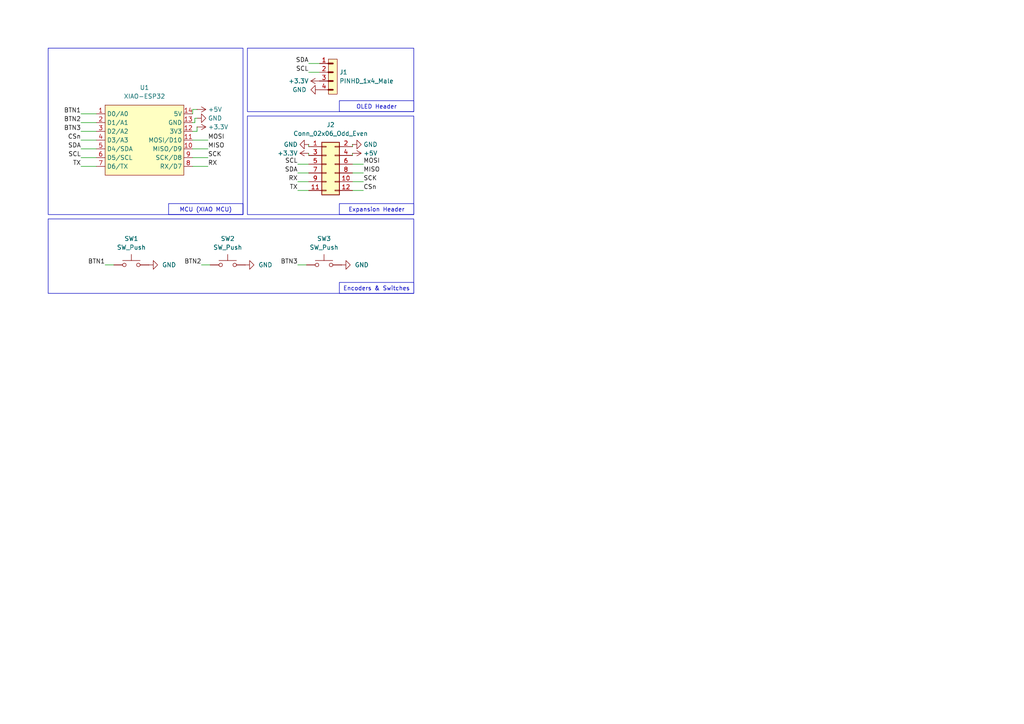
<source format=kicad_sch>
(kicad_sch (version 20250114) (generator "eeschema") (generator_version "9.0")
  (paper "A4")
  (title_block (title "ESPHome XIAO Base") (date "2025-03-26") (rev "v1.00") (company "0rax") (comment 1 "https://github.com/0rax/esphome-xiao-base/"))
  (lib_symbols
    (symbol "Connector_Generic:Conn_02x06_Odd_Even" (pin_names (offset 1.016) (hide yes))
      (property "Reference" "J" (at 1.27 7.62 0))
      (property "Value" "Conn_02x06_Odd_Even" (at 1.27 -10.16 0))
      (symbol "Conn_02x06_Odd_Even_1_1"
        (rectangle (start -1.27 6.35) (end 3.81 -8.89) (stroke (width 0.254)) (fill (type background)))
        (rectangle (start -1.27 5.207) (end 0 4.953) (stroke (width 0.1524)))
        (rectangle (start -1.27 2.667) (end 0 2.413) (stroke (width 0.1524)))
        (rectangle (start -1.27 0.127) (end 0 -0.127) (stroke (width 0.1524)))
        (rectangle (start -1.27 -2.413) (end 0 -2.667) (stroke (width 0.1524)))
        (rectangle (start -1.27 -4.953) (end 0 -5.207) (stroke (width 0.1524)))
        (rectangle (start -1.27 -7.493) (end 0 -7.747) (stroke (width 0.1524)))
        (rectangle (start 3.81 5.207) (end 2.54 4.953) (stroke (width 0.1524)))
        (rectangle (start 3.81 2.667) (end 2.54 2.413) (stroke (width 0.1524)))
        (rectangle (start 3.81 0.127) (end 2.54 -0.127) (stroke (width 0.1524)))
        (rectangle (start 3.81 -2.413) (end 2.54 -2.667) (stroke (width 0.1524)))
        (rectangle (start 3.81 -4.953) (end 2.54 -5.207) (stroke (width 0.1524)))
        (rectangle (start 3.81 -7.493) (end 2.54 -7.747) (stroke (width 0.1524)))
        (pin passive line (at -5.08 5.08 0) (length 3.81) (name "Pin_1") (number "1"))
        (pin passive line (at -5.08 2.54 0) (length 3.81) (name "Pin_3") (number "3"))
        (pin passive line (at -5.08 0 0) (length 3.81) (name "Pin_5") (number "5"))
        (pin passive line (at -5.08 -2.54 0) (length 3.81) (name "Pin_7") (number "7"))
        (pin passive line (at -5.08 -5.08 0) (length 3.81) (name "Pin_9") (number "9"))
        (pin passive line (at -5.08 -7.62 0) (length 3.81) (name "Pin_11") (number "11"))
        (pin passive line (at 7.62 5.08 180) (length 3.81) (name "Pin_2") (number "2"))
        (pin passive line (at 7.62 2.54 180) (length 3.81) (name "Pin_4") (number "4"))
        (pin passive line (at 7.62 0 180) (length 3.81) (name "Pin_6") (number "6"))
        (pin passive line (at 7.62 -2.54 180) (length 3.81) (name "Pin_8") (number "8"))
        (pin passive line (at 7.62 -5.08 180) (length 3.81) (name "Pin_10") (number "10"))
        (pin passive line (at 7.62 -7.62 180) (length 3.81) (name "Pin_12") (number "12"))
      )
    )
    (symbol "LKBD_MCU:XIAO-RP2040"
      (property "Reference" "U" (at 0 12.446 0))
      (property "Value" "XIAO-RP2040" (at 0 -12.446 0))
      (symbol "XIAO-RP2040_0_1"
        (rectangle (start -11.43 10.16) (end 11.43 -10.16) (fill (type background)))
      )
      (symbol "XIAO-RP2040_1_1"
        (pin bidirectional line (at -13.97 7.62 0) (length 2.54) (name "D0/A0") (number "1"))
        (pin bidirectional line (at -13.97 5.08 0) (length 2.54) (name "D1/A1") (number "2"))
        (pin bidirectional line (at -13.97 2.54 0) (length 2.54) (name "D2/A2") (number "3"))
        (pin bidirectional line (at -13.97 0 0) (length 2.54) (name "D3/A3") (number "4"))
        (pin bidirectional line (at -13.97 -2.54 0) (length 2.54) (name "D4/SDA") (number "5"))
        (pin bidirectional line (at -13.97 -5.08 0) (length 2.54) (name "D5/SCL") (number "6"))
        (pin bidirectional line (at -13.97 -7.62 0) (length 2.54) (name "D6/TX") (number "7"))
        (pin power_in line (at 13.97 7.62 180) (length 2.54) (name "5V") (number "14"))
        (pin power_in line (at 13.97 5.08 180) (length 2.54) (name "GND") (number "13"))
        (pin power_in line (at 13.97 2.54 180) (length 2.54) (name "3V3") (number "12"))
        (pin bidirectional line (at 13.97 0 180) (length 2.54) (name "MOSI/D10") (number "11"))
        (pin bidirectional line (at 13.97 -2.54 180) (length 2.54) (name "MISO/D9") (number "10"))
        (pin bidirectional line (at 13.97 -5.08 180) (length 2.54) (name "SCK/D8") (number "9"))
        (pin bidirectional line (at 13.97 -7.62 180) (length 2.54) (name "RX/D7") (number "8"))
      )
    )
    (symbol "PCM_SL_Pin_Headers:PINHD_1x4_Male"
      (property "Reference" "J" (at 0 8.89 0))
      (property "Value" "PINHD_1x4_Male" (at 0 6.35 0))
      (symbol "PINHD_1x4_Male_0_1"
        (rectangle (start -1.27 5.08) (end 1.27 -5.08) (fill (type background)))
        (polyline (pts (xy -1.27 3.81) (xy 0 3.81)) (stroke (width 0.3)))
        (polyline (pts (xy -1.27 3.81) (xy 0 3.81)) (stroke (width 0.5)))
        (polyline (pts (xy -1.27 1.27) (xy 0 1.27)) (stroke (width 0.3)))
        (polyline (pts (xy -1.27 1.27) (xy 0 1.27)) (stroke (width 0.5)))
        (polyline (pts (xy -1.27 -1.27) (xy 0 -1.27)) (stroke (width 0.3)))
        (polyline (pts (xy -1.27 -1.27) (xy 0 -1.27)) (stroke (width 0.5)))
        (polyline (pts (xy -1.27 -3.81) (xy 0 -3.81)) (stroke (width 0.3)))
        (polyline (pts (xy -1.27 -3.81) (xy 0 -3.81)) (stroke (width 0.5)))
      )
      (symbol "PINHD_1x4_Male_1_1"
        (pin passive line (at -3.81 3.81 0) (length 2.54) (name "") (number "1"))
        (pin passive line (at -3.81 1.27 0) (length 2.54) (name "") (number "2"))
        (pin passive line (at -3.81 -1.27 0) (length 2.54) (name "") (number "3"))
        (pin passive line (at -3.81 -3.81 0) (length 2.54) (name "") (number "4"))
      )
    )
    (symbol "Switch:SW_Push" (pin_numbers (hide yes)) (pin_names (offset 1.016) (hide yes))
      (property "Reference" "SW" (at 1.27 2.54 0))
      (property "Value" "SW_Push" (at 0 -1.524 0))
      (symbol "SW_Push_0_1"
        (circle (center -2.032 0) (radius 0.508))
        (polyline (pts (xy 0 1.27) (xy 0 3.048)))
        (circle (center 2.032 0) (radius 0.508))
        (polyline (pts (xy 2.54 1.27) (xy -2.54 1.27)))
        (pin passive line (at -5.08 0 0) (length 2.54) (name "1") (number "1"))
        (pin passive line (at 5.08 0 180) (length 2.54) (name "2") (number "2"))
      )
    )
    (symbol "power:+3.3V" (power) (pin_numbers (hide yes)) (pin_names (offset 0) (hide yes))
      (property "Value" "+3.3V" (at 0 3.556 0))
      (symbol "+3.3V_0_1"
        (polyline (pts (xy -0.762 1.27) (xy 0 2.54)))
        (polyline (pts (xy 0 2.54) (xy 0.762 1.27)))
        (polyline (pts (xy 0 0) (xy 0 2.54)))
      )
      (symbol "+3.3V_1_1"
        (pin power_in line (at 0 0 90) (length 0) (name "~") (number "1"))
      )
    )
    (symbol "power:+5V" (power) (pin_numbers (hide yes)) (pin_names (offset 0) (hide yes))
      (property "Value" "+5V" (at 0 3.556 0))
      (symbol "+5V_0_1"
        (polyline (pts (xy -0.762 1.27) (xy 0 2.54)))
        (polyline (pts (xy 0 2.54) (xy 0.762 1.27)))
        (polyline (pts (xy 0 0) (xy 0 2.54)))
      )
      (symbol "+5V_1_1"
        (pin power_in line (at 0 0 90) (length 0) (name "~") (number "1"))
      )
    )
    (symbol "power:GND" (power) (pin_numbers (hide yes)) (pin_names (offset 0) (hide yes))
      (property "Value" "GND" (at 0 -3.81 0))
      (symbol "GND_0_1"
        (polyline (pts (xy 0 0) (xy 0 -1.27) (xy 1.27 -1.27) (xy 0 -2.54) (xy -1.27 -1.27) (xy 0 -1.27)))
      )
      (symbol "GND_1_1"
        (pin power_in line (at 0 0 270) (length 0) (name "~") (number "1"))
      )
    )
  )
  (rectangle (start 71.755 13.97) (end 120.015 32.385))
  (rectangle (start 48.895 59.055) (end 70.485 62.23))
  (rectangle (start 71.755 33.655) (end 120.015 62.23))
  (rectangle (start 13.97 63.5) (end 120.015 85.09))
  (rectangle (start 98.425 29.21) (end 120.015 32.385))
  (rectangle (start 98.425 59.055) (end 120.015 62.23))
  (rectangle (start 98.425 81.915) (end 120.015 85.09))
  (rectangle (start 13.97 13.97) (end 70.485 62.23))
  (text "Expansion Header" (at 109.22 60.96 0) (effects (font (size 1.2 1.2))))
  (text "MCU (XIAO MCU)\n" (at 59.69 60.96 0) (effects (font (size 1.2 1.2))))
  (text "OLED Header" (at 109.22 31.115 0) (effects (font (size 1.2 1.2))))
  (text "Encoders & Switches" (at 109.22 83.82 0) (effects (font (size 1.2 1.2))))
  (wire (pts (xy 23.495 38.1) (xy 27.94 38.1)))
  (wire (pts (xy 55.88 31.75) (xy 55.88 33.02)))
  (wire (pts (xy 60.325 43.18) (xy 55.88 43.18)))
  (wire (pts (xy 55.88 40.64) (xy 60.325 40.64)))
  (wire (pts (xy 57.15 36.83) (xy 57.15 38.1)))
  (wire (pts (xy 57.15 31.75) (xy 55.88 31.75)))
  (wire (pts (xy 102.235 50.165) (xy 105.41 50.165)))
  (wire (pts (xy 102.235 52.705) (xy 105.41 52.705)))
  (wire (pts (xy 89.535 20.955) (xy 92.71 20.955)))
  (wire (pts (xy 86.36 50.165) (xy 89.535 50.165)))
  (wire (pts (xy 102.235 44.45) (xy 102.235 45.085)))
  (wire (pts (xy 86.36 47.625) (xy 89.535 47.625)))
  (wire (pts (xy 23.495 48.26) (xy 27.94 48.26)))
  (wire (pts (xy 23.495 43.18) (xy 27.94 43.18)))
  (wire (pts (xy 89.535 18.415) (xy 92.71 18.415)))
  (wire (pts (xy 23.495 35.56) (xy 27.94 35.56)))
  (wire (pts (xy 102.235 47.625) (xy 105.41 47.625)))
  (wire (pts (xy 86.36 76.835) (xy 88.9 76.835)))
  (wire (pts (xy 60.325 48.26) (xy 55.88 48.26)))
  (wire (pts (xy 56.515 34.29) (xy 56.515 35.56)))
  (wire (pts (xy 60.325 45.72) (xy 55.88 45.72)))
  (wire (pts (xy 23.495 40.64) (xy 27.94 40.64)))
  (wire (pts (xy 102.235 55.245) (xy 105.41 55.245)))
  (wire (pts (xy 102.235 41.91) (xy 102.235 42.545)))
  (wire (pts (xy 30.48 76.835) (xy 33.02 76.835)))
  (wire (pts (xy 86.36 55.245) (xy 89.535 55.245)))
  (wire (pts (xy 56.515 34.29) (xy 57.15 34.29)))
  (wire (pts (xy 57.15 38.1) (xy 55.88 38.1)))
  (wire (pts (xy 23.495 33.02) (xy 27.94 33.02)))
  (wire (pts (xy 56.515 35.56) (xy 55.88 35.56)))
  (wire (pts (xy 89.535 44.45) (xy 89.535 45.085)))
  (wire (pts (xy 58.42 76.835) (xy 60.96 76.835)))
  (wire (pts (xy 23.495 45.72) (xy 27.94 45.72)))
  (wire (pts (xy 89.535 41.91) (xy 89.535 42.545)))
  (wire (pts (xy 86.36 52.705) (xy 89.535 52.705)))
  (label "CSn" (at 23.495 40.64 180))
  (label "SDA" (at 86.36 50.165 180))
  (label "MISO" (at 60.325 43.18 0))
  (label "CSn" (at 105.41 55.245 0))
  (label "BTN2" (at 23.495 35.56 180))
  (label "SCL" (at 86.36 47.625 180))
  (label "SDA" (at 89.535 18.415 180))
  (label "RX" (at 60.325 48.26 0))
  (label "BTN1" (at 30.48 76.835 180))
  (label "SCK" (at 105.41 52.705 0))
  (label "TX" (at 86.36 55.245 180))
  (label "MOSI" (at 105.41 47.625 0))
  (label "BTN3" (at 86.36 76.835 180))
  (label "BTN2" (at 58.42 76.835 180))
  (label "TX" (at 23.495 48.26 180))
  (label "BTN3" (at 23.495 38.1 180))
  (label "SDA" (at 23.495 43.18 180))
  (label "RX" (at 86.36 52.705 180))
  (label "BTN1" (at 23.495 33.02 180))
  (label "MOSI" (at 60.325 40.64 0))
  (label "SCL" (at 89.535 20.955 180))
  (label "SCL" (at 23.495 45.72 180))
  (label "MISO" (at 105.41 50.165 0))
  (label "SCK" (at 60.325 45.72 0))
  (symbol (lib_id "power:+3.3V") (at 92.71 23.495 90) (unit 1)
    (property "Reference" "#PWR012" (effects (hide yes)))
    (property "Value" "+3.3V" (at 89.535 23.4949 90) (effects (justify left)))
    (property "Description" "Power symbol creates a global label with name \"+3.3V\"" (effects (hide yes)))
  )
  (symbol (lib_id "power:+5V") (at 102.235 44.45 270) (unit 1)
    (property "Reference" "#PWR09" (effects (hide yes)))
    (property "Value" "+5V" (at 105.41 44.4501 90) (effects (justify left)))
    (property "Description" "Power symbol creates a global label with name \"+5V\"" (effects (hide yes)))
  )
  (symbol (lib_id "power:GND") (at 43.18 76.835 90) (unit 1)
    (property "Reference" "#PWR02" (effects (hide yes)))
    (property "Value" "GND" (at 46.99 76.8349 90) (effects (justify right)))
    (property "Description" "Power symbol creates a global label with name \"GND\" , ground" (effects (hide yes)))
  )
  (symbol (lib_id "PCM_SL_Pin_Headers:PINHD_1x4_Male") (at 96.52 22.225 0) (unit 1)
    (property "Reference" "J1" (at 98.425 20.9549 0) (effects (justify left)))
    (property "Value" "PINHD_1x4_Male" (at 98.425 23.4949 0) (effects (justify left)))
    (property "Footprint" "LKBD_OLED:OLED_SSD1306_128x32_0.91inch_I2C" (effects (hide yes)))
    (property "Description" "Pin Header male with pin space 2.54mm. Pin Count -4" (effects (hide yes)))
  )
  (symbol (lib_id "power:GND") (at 92.71 26.035 270) (unit 1)
    (property "Reference" "#PWR014" (effects (hide yes)))
    (property "Value" "GND" (at 88.9 26.035 90) (effects (justify right)))
    (property "Description" "Power symbol creates a global label with name \"GND\" , ground" (effects (hide yes)))
  )
  (symbol (lib_id "power:GND") (at 99.06 76.835 90) (unit 1)
    (property "Reference" "#PWR017" (effects (hide yes)))
    (property "Value" "GND" (at 102.87 76.8349 90) (effects (justify right)))
    (property "Description" "Power symbol creates a global label with name \"GND\" , ground" (effects (hide yes)))
  )
  (symbol (lib_id "power:GND") (at 71.12 76.835 90) (unit 1)
    (property "Reference" "#PWR03" (effects (hide yes)))
    (property "Value" "GND" (at 74.93 76.8349 90) (effects (justify right)))
    (property "Description" "Power symbol creates a global label with name \"GND\" , ground" (effects (hide yes)))
  )
  (symbol (lib_id "power:+3.3V") (at 89.535 44.45 90) (mirror x) (unit 1)
    (property "Reference" "#PWR023" (effects (hide yes)))
    (property "Value" "+3.3V" (at 86.36 44.45 90) (effects (justify left)))
    (property "Description" "Power symbol creates a global label with name \"+3.3V\"" (effects (hide yes)))
  )
  (symbol (lib_id "power:GND") (at 57.15 34.29 90) (unit 1)
    (property "Reference" "#PWR04" (effects (hide yes)))
    (property "Value" "GND" (at 60.325 34.29 90) (effects (justify right)))
    (property "Description" "Power symbol creates a global label with name \"GND\" , ground" (effects (hide yes)))
  )
  (symbol (lib_id "LKBD_MCU:XIAO-RP2040") (at 41.91 40.64 0) (unit 1)
    (property "Reference" "U1" (at 41.91 25.4 0))
    (property "Value" "XIAO-ESP32" (at 41.91 27.94 0))
    (property "Footprint" "LKBD_MCU:MCU_XIAO-RP2040" (effects (hide yes)))
  )
  (symbol (lib_id "Switch:SW_Push") (at 38.1 76.835 0) (unit 1)
    (property "Reference" "SW1" (at 38.1 69.215 0))
    (property "Value" "SW_Push" (at 38.1 71.755 0))
    (property "Footprint" "Button_Switch_THT:SW_PUSH_6mm" (effects (hide yes)))
    (property "Description" "Push button switch, generic, two pins" (effects (hide yes)))
  )
  (symbol (lib_id "power:+5V") (at 57.15 31.75 270) (unit 1)
    (property "Reference" "#PWR08" (effects (hide yes)))
    (property "Value" "+5V" (at 60.325 31.75 90) (effects (justify left)))
    (property "Description" "Power symbol creates a global label with name \"+5V\"" (effects (hide yes)))
  )
  (symbol (lib_id "power:+3.3V") (at 57.15 36.83 270) (unit 1)
    (property "Reference" "#PWR05" (effects (hide yes)))
    (property "Value" "+3.3V" (at 60.325 36.83 90) (effects (justify left)))
    (property "Description" "Power symbol creates a global label with name \"+3.3V\"" (effects (hide yes)))
  )
  (symbol (lib_id "Connector_Generic:Conn_02x06_Odd_Even") (at 94.615 47.625 0) (unit 1)
    (property "Reference" "J2" (at 95.885 36.195 0))
    (property "Value" "Conn_02x06_Odd_Even" (at 95.885 38.735 0))
    (property "Footprint" "Connector_PinHeader_2.54mm:PinHeader_2x06_P2.54mm_Vertical" (effects (hide yes)))
    (property "Description" "Generic connector, double row, 02x06, odd/even pin numbering scheme (row 1 odd numbers, row 2 even numbers), script generated (kicad-library-utils/schlib/autogen/connector/)" (effects (hide yes)))
  )
  (symbol (lib_id "Switch:SW_Push") (at 66.04 76.835 0) (unit 1)
    (property "Reference" "SW2" (at 66.04 69.215 0))
    (property "Value" "SW_Push" (at 66.04 71.755 0))
    (property "Footprint" "Button_Switch_THT:SW_PUSH_6mm" (effects (hide yes)))
    (property "Description" "Push button switch, generic, two pins" (effects (hide yes)))
  )
  (symbol (lib_id "power:GND") (at 102.235 41.91 90) (unit 1)
    (property "Reference" "#PWR024" (effects (hide yes)))
    (property "Value" "GND" (at 105.41 41.91 90) (effects (justify right)))
    (property "Description" "Power symbol creates a global label with name \"GND\" , ground" (effects (hide yes)))
  )
  (symbol (lib_id "Switch:SW_Push") (at 93.98 76.835 0) (unit 1)
    (property "Reference" "SW3" (at 93.98 69.215 0))
    (property "Value" "SW_Push" (at 93.98 71.755 0))
    (property "Footprint" "Button_Switch_THT:SW_PUSH_6mm" (effects (hide yes)))
    (property "Description" "Push button switch, generic, two pins" (effects (hide yes)))
  )
  (symbol (lib_id "power:GND") (at 89.535 41.91 270) (mirror x) (unit 1)
    (property "Reference" "#PWR022" (effects (hide yes)))
    (property "Value" "GND" (at 86.36 41.91 90) (effects (justify right)))
    (property "Description" "Power symbol creates a global label with name \"GND\" , ground" (effects (hide yes)))
  )
)
</source>
